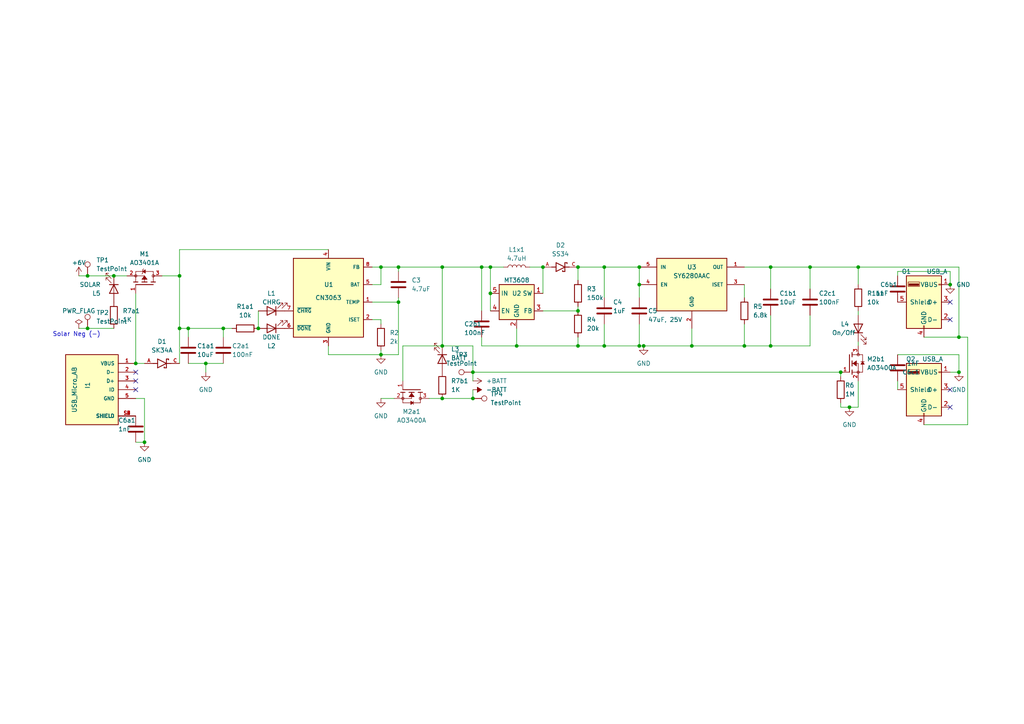
<source format=kicad_sch>
(kicad_sch (version 20230121) (generator eeschema)
  (paper "A4")
  (title_block (title "Solar Phone Bank") (date "2024-10-26") (rev "2") (company "Team 13"))
  (lib_symbols
    (symbol "AO3400A:AO3400A" (pin_names (offset 1.016))
      (property "Reference" "Q" (at -8.89 2.54 0))
      (property "Value" "AO3400A" (at -8.89 -7.62 0))
      (symbol "AO3400A_0_0"
        (polyline (pts (xy 0 2.54) (xy 0 -2.54)) (stroke (width 0.254)))
        (polyline (pts (xy 0.762 -2.54) (xy 0.762 -3.175)) (stroke (width 0.254)))
        (polyline (pts (xy 0.762 -1.905) (xy 0.762 -2.54)) (stroke (width 0.254)))
        (polyline (pts (xy 0.762 0) (xy 0.762 -0.762)) (stroke (width 0.254)))
        (polyline (pts (xy 0.762 0) (xy 2.54 0)) (stroke (width 0.1524)))
        (polyline (pts (xy 0.762 0.762) (xy 0.762 0)) (stroke (width 0.254)))
        (polyline (pts (xy 0.762 2.54) (xy 0.762 1.905)) (stroke (width 0.254)))
        (polyline (pts (xy 0.762 2.54) (xy 3.81 2.54)) (stroke (width 0.1524)))
        (polyline (pts (xy 0.762 3.175) (xy 0.762 2.54)) (stroke (width 0.254)))
        (polyline (pts (xy 2.54 -2.54) (xy 0.762 -2.54)) (stroke (width 0.1524)))
        (polyline (pts (xy 2.54 -2.54) (xy 3.81 -2.54)) (stroke (width 0.1524)))
        (polyline (pts (xy 2.54 0) (xy 2.54 -2.54)) (stroke (width 0.1524)))
        (polyline (pts (xy 3.81 0.508) (xy 3.302 0.508)) (stroke (width 0.1524)))
        (polyline (pts (xy 3.81 0.508) (xy 3.81 -2.54)) (stroke (width 0.1524)))
        (polyline (pts (xy 3.81 2.54) (xy 3.81 0.508)) (stroke (width 0.1524)))
        (polyline (pts (xy 4.318 0.508) (xy 3.81 0.508)) (stroke (width 0.1524)))
        (polyline (pts (xy 1.016 0) (xy 2.032 0.762) (xy 2.032 -0.762) (xy 1.016 0)) (stroke (width 0.1524)) (fill (type outline)))
        (polyline (pts (xy 3.81 0.508) (xy 3.302 -0.254) (xy 4.318 -0.254) (xy 3.81 0.508)) (stroke (width 0.1524)) (fill (type outline)))
        (circle (center 2.54 -2.54) (radius 0.3592))
        (circle (center 2.54 2.54) (radius 0.3592))
        (pin passive line (at -2.54 -2.54 0) (length 2.54) (name "~") (number "1"))
        (pin passive line (at 2.54 -5.08 90) (length 2.54) (name "~") (number "2"))
        (pin passive line (at 2.54 5.08 270) (length 2.54) (name "~") (number "3"))
      )
    )
    (symbol "AO3401A:AO3401A" (pin_names (offset 1.016))
      (property "Reference" "Q" (at -13.97 -1.27 0))
      (property "Value" "AO3401A" (at -13.97 -3.81 0))
      (symbol "AO3401A_0_0"
        (circle (center 0 -2.54) (radius 0.3592))
        (polyline (pts (xy -2.54 -2.54) (xy -2.54 2.54)) (stroke (width 0.254)))
        (polyline (pts (xy -1.778 -3.175) (xy -1.778 -2.54)) (stroke (width 0.254)))
        (polyline (pts (xy -1.778 -2.54) (xy -1.778 -1.905)) (stroke (width 0.254)))
        (polyline (pts (xy -1.778 -2.54) (xy 1.27 -2.54)) (stroke (width 0.1524)))
        (polyline (pts (xy -1.778 -0.762) (xy -1.778 0)) (stroke (width 0.254)))
        (polyline (pts (xy -1.778 0) (xy -1.778 0.762)) (stroke (width 0.254)))
        (polyline (pts (xy -1.778 0) (xy 0 0)) (stroke (width 0.1524)))
        (polyline (pts (xy -1.778 1.905) (xy -1.778 2.54)) (stroke (width 0.254)))
        (polyline (pts (xy -1.778 2.54) (xy -1.778 3.175)) (stroke (width 0.254)))
        (polyline (pts (xy 0 0) (xy 0 2.54)) (stroke (width 0.1524)))
        (polyline (pts (xy 0 2.54) (xy -1.778 2.54)) (stroke (width 0.1524)))
        (polyline (pts (xy 0 2.54) (xy 1.27 2.54)) (stroke (width 0.1524)))
        (polyline (pts (xy 0.508 0.762) (xy 0.762 0.508)) (stroke (width 0.1524)))
        (polyline (pts (xy 0.762 0.508) (xy 1.27 0.508)) (stroke (width 0.1524)))
        (polyline (pts (xy 1.27 -2.54) (xy 1.27 0.508)) (stroke (width 0.1524)))
        (polyline (pts (xy 1.27 0.508) (xy 1.27 2.54)) (stroke (width 0.1524)))
        (polyline (pts (xy 1.27 0.508) (xy 1.778 0.508)) (stroke (width 0.1524)))
        (polyline (pts (xy 1.778 0.508) (xy 2.032 0.254)) (stroke (width 0.1524)))
        (polyline (pts (xy 0 0) (xy -1.016 0.762) (xy -1.016 -0.762) (xy 0 0)) (stroke (width 0.1524)) (fill (type outline)))
        (polyline (pts (xy 1.27 0.508) (xy 1.778 -0.254) (xy 0.762 -0.254) (xy 1.27 0.508)) (stroke (width 0.1524)) (fill (type outline)))
        (circle (center 0 2.54) (radius 0.3592))
        (pin passive line (at -5.08 2.54 0) (length 2.54) (name "~") (number "1"))
        (pin passive line (at 0 5.08 270) (length 2.54) (name "~") (number "2"))
        (pin passive line (at 0 -5.08 90) (length 2.54) (name "~") (number "3"))
      )
    )
    (symbol "CN3063:PMIC-CN3063_SOIC8_" (pin_names (offset 1.016))
      (property "Reference" "U" (at -10.1689 8.8978 0))
      (property "Value" "PMIC-CN3063_SOIC8_" (at 5.0817 8.8929 0))
      (symbol "PMIC-CN3063_SOIC8__0_0"
        (rectangle (start -10.16 -15.24) (end 10.16 7.62) (stroke (width 0.254)) (fill (type background)))
        (pin bidirectional line (at 12.7 -5.08 180) (length 2.54) (name "TEMP") (number "1"))
        (pin bidirectional line (at 12.7 -10.16 180) (length 2.54) (name "ISET") (number "2"))
        (pin power_in line (at 0 -17.78 90) (length 2.54) (name "GND") (number "3"))
        (pin input line (at 0 10.16 270) (length 2.54) (name "VIN") (number "4"))
        (pin power_in line (at 12.7 0 180) (length 2.54) (name "BAT") (number "5"))
        (pin input line (at -12.7 -12.7 0) (length 2.54) (name "~{DONE}") (number "6"))
        (pin output line (at -12.7 -7.62 0) (length 2.54) (name "~{CHRG}") (number "7"))
        (pin input line (at 12.7 5.08 180) (length 2.54) (name "FB") (number "8"))
      )
    )
    (symbol "Connector:TestPoint" (pin_numbers hide) (pin_names (offset 0.762) hide)
      (property "Reference" "TP" (at 0 6.858 0))
      (property "Value" "TestPoint" (at 0 5.08 0))
      (symbol "TestPoint_0_1"
        (circle (center 0 3.302) (radius 0.762))
      )
      (symbol "TestPoint_1_1"
        (pin passive line (at 0 0 90) (length 2.54) (name "1") (number "1"))
      )
    )
    (symbol "Device:C" (pin_numbers hide) (pin_names (offset 0.254))
      (property "Reference" "C" (at 0.635 2.54 0))
      (property "Value" "C" (at 0.635 -2.54 0))
      (symbol "C_0_1"
        (polyline (pts (xy -2.032 -0.762) (xy 2.032 -0.762)) (stroke (width 0.508)))
        (polyline (pts (xy -2.032 0.762) (xy 2.032 0.762)) (stroke (width 0.508)))
      )
      (symbol "C_1_1"
        (pin passive line (at 0 3.81 270) (length 2.794) (name "~") (number "1"))
        (pin passive line (at 0 -3.81 90) (length 2.794) (name "~") (number "2"))
      )
    )
    (symbol "Device:L" (pin_numbers hide) (pin_names (offset 1.016) hide)
      (property "Reference" "L" (at -1.27 0 90))
      (property "Value" "L" (at 1.905 0 90))
      (symbol "L_0_1"
        (arc (start 0 -2.54) (mid 0.6323 -1.905) (end 0 -1.27))
        (arc (start 0 -1.27) (mid 0.6323 -0.635) (end 0 0))
        (arc (start 0 0) (mid 0.6323 0.635) (end 0 1.27))
        (arc (start 0 1.27) (mid 0.6323 1.905) (end 0 2.54))
      )
      (symbol "L_1_1"
        (pin passive line (at 0 3.81 270) (length 1.27) (name "1") (number "1"))
        (pin passive line (at 0 -3.81 90) (length 1.27) (name "2") (number "2"))
      )
    )
    (symbol "Device:LED" (pin_numbers hide) (pin_names (offset 1.016) hide)
      (property "Reference" "D" (at 0 2.54 0))
      (property "Value" "LED" (at 0 -2.54 0))
      (symbol "LED_0_1"
        (polyline (pts (xy -1.27 -1.27) (xy -1.27 1.27)) (stroke (width 0.254)))
        (polyline (pts (xy -1.27 0) (xy 1.27 0)))
        (polyline (pts (xy 1.27 -1.27) (xy 1.27 1.27) (xy -1.27 0) (xy 1.27 -1.27)) (stroke (width 0.254)))
        (polyline (pts (xy -3.048 -0.762) (xy -4.572 -2.286) (xy -3.81 -2.286) (xy -4.572 -2.286) (xy -4.572 -1.524)))
        (polyline (pts (xy -1.778 -0.762) (xy -3.302 -2.286) (xy -2.54 -2.286) (xy -3.302 -2.286) (xy -3.302 -1.524)))
      )
      (symbol "LED_1_1"
        (pin passive line (at -3.81 0 0) (length 2.54) (name "K") (number "1"))
        (pin passive line (at 3.81 0 180) (length 2.54) (name "A") (number "2"))
      )
    )
    (symbol "Device:R" (pin_numbers hide) (pin_names (offset 0))
      (property "Reference" "R" (at 2.032 0 90))
      (property "Value" "R" (at 0 0 90))
      (symbol "R_0_1"
        (rectangle (start -1.016 -2.54) (end 1.016 2.54) (stroke (width 0.254)))
      )
      (symbol "R_1_1"
        (pin passive line (at 0 3.81 270) (length 1.27) (name "~") (number "1"))
        (pin passive line (at 0 -3.81 90) (length 1.27) (name "~") (number "2"))
      )
    )
    (symbol "I_USB_Micro_AB:47589-0001" (pin_names (offset 1.016))
      (property "Reference" "J" (at -7.62 10.922 0))
      (property "Value" "47589-0001" (at -7.62 -12.7 0))
      (symbol "47589-0001_0_0"
        (rectangle (start -7.62 -10.16) (end 7.62 10.16) (stroke (width 0.254)) (fill (type background)))
        (pin passive line (at -12.7 7.62 0) (length 5.08) (name "VBUS") (number "1"))
        (pin passive line (at -12.7 5.08 0) (length 5.08) (name "D-") (number "2"))
        (pin passive line (at -12.7 2.54 0) (length 5.08) (name "D+") (number "3"))
        (pin passive line (at -12.7 0 0) (length 5.08) (name "ID") (number "4"))
        (pin passive line (at -12.7 -2.54 0) (length 5.08) (name "GND") (number "5"))
        (pin passive line (at -12.7 -7.62 0) (length 5.08) (name "SHIELD") (number "S1"))
        (pin passive line (at -12.7 -7.62 0) (length 5.08) (name "SHIELD") (number "S2"))
        (pin passive line (at -12.7 -7.62 0) (length 5.08) (name "SHIELD") (number "S3"))
        (pin passive line (at -12.7 -7.62 0) (length 5.08) (name "SHIELD") (number "S4"))
        (pin passive line (at -12.7 -7.62 0) (length 5.08) (name "SHIELD") (number "S5"))
        (pin passive line (at -12.7 -7.62 0) (length 5.08) (name "SHIELD") (number "S6"))
      )
    )
    (symbol "Regulator_Switching:MT3608"
      (property "Reference" "U" (at -2.54 8.89 0))
      (property "Value" "MT3608" (at -3.81 6.35 0))
      (symbol "MT3608_0_1"
        (rectangle (start -5.08 5.08) (end 5.08 -5.08) (stroke (width 0.254)) (fill (type background)))
      )
      (symbol "MT3608_1_1"
        (pin passive line (at 7.62 2.54 180) (length 2.54) (name "SW") (number "1"))
        (pin power_in line (at 0 -7.62 90) (length 2.54) (name "GND") (number "2"))
        (pin input line (at 7.62 -2.54 180) (length 2.54) (name "FB") (number "3"))
        (pin input line (at -7.62 -2.54 0) (length 2.54) (name "EN") (number "4"))
        (pin power_in line (at -7.62 2.54 0) (length 2.54) (name "IN") (number "5"))
        (pin no_connect line (at 5.08 0 180) (length 2.54) hide (name "NC") (number "6"))
      )
    )
    (symbol "SK34:SK34A" (pin_names (offset 1.016))
      (property "Reference" "D" (at -5.08 2.54 0))
      (property "Value" "SK34A" (at -5.08 -3.81 0))
      (symbol "SK34A_0_0"
        (polyline (pts (xy -2.54 0) (xy -1.27 0)) (stroke (width 0.254)))
        (polyline (pts (xy -1.27 -1.27) (xy 1.27 0)) (stroke (width 0.254)))
        (polyline (pts (xy -1.27 0) (xy -1.27 -1.27)) (stroke (width 0.254)))
        (polyline (pts (xy -1.27 1.27) (xy -1.27 0)) (stroke (width 0.254)))
        (polyline (pts (xy 0.635 -1.016) (xy 0.635 -1.27)) (stroke (width 0.254)))
        (polyline (pts (xy 1.27 -1.27) (xy 0.635 -1.27)) (stroke (width 0.254)))
        (polyline (pts (xy 1.27 0) (xy -1.27 1.27)) (stroke (width 0.254)))
        (polyline (pts (xy 1.27 0) (xy 1.27 -1.27)) (stroke (width 0.254)))
        (polyline (pts (xy 1.27 1.27) (xy 1.27 0)) (stroke (width 0.254)))
        (polyline (pts (xy 1.905 1.27) (xy 1.27 1.27)) (stroke (width 0.254)))
        (polyline (pts (xy 1.905 1.27) (xy 1.905 1.016)) (stroke (width 0.254)))
        (polyline (pts (xy 2.54 0) (xy 1.27 0)) (stroke (width 0.254)))
        (pin passive line (at -5.08 0 0) (length 2.54) (name "~") (number "A"))
        (pin passive line (at 5.08 0 180) (length 2.54) (name "~") (number "C"))
      )
    )
    (symbol "SS34:SS34" (pin_names (offset 1.016))
      (property "Reference" "D" (at -5.08 2.54 0))
      (property "Value" "SS34" (at -5.08 -3.81 0))
      (symbol "SS34_0_0"
        (polyline (pts (xy -2.54 0) (xy -1.27 0)) (stroke (width 0.254)))
        (polyline (pts (xy -1.27 -1.27) (xy 1.27 0)) (stroke (width 0.254)))
        (polyline (pts (xy -1.27 0) (xy -1.27 -1.27)) (stroke (width 0.254)))
        (polyline (pts (xy -1.27 1.27) (xy -1.27 0)) (stroke (width 0.254)))
        (polyline (pts (xy 0.635 -1.016) (xy 0.635 -1.27)) (stroke (width 0.254)))
        (polyline (pts (xy 1.27 -1.27) (xy 0.635 -1.27)) (stroke (width 0.254)))
        (polyline (pts (xy 1.27 0) (xy -1.27 1.27)) (stroke (width 0.254)))
        (polyline (pts (xy 1.27 0) (xy 1.27 -1.27)) (stroke (width 0.254)))
        (polyline (pts (xy 1.27 1.27) (xy 1.27 0)) (stroke (width 0.254)))
        (polyline (pts (xy 1.905 1.27) (xy 1.27 1.27)) (stroke (width 0.254)))
        (polyline (pts (xy 1.905 1.27) (xy 1.905 1.016)) (stroke (width 0.254)))
        (polyline (pts (xy 2.54 0) (xy 1.27 0)) (stroke (width 0.254)))
        (pin passive line (at -5.08 0 0) (length 2.54) (name "~") (number "A"))
        (pin passive line (at 5.08 0 180) (length 2.54) (name "~") (number "C"))
      )
    )
    (symbol "SY6280:SY6280AAC" (pin_names (offset 1.016))
      (property "Reference" "U2" (at 0 5.08 0))
      (property "Value" "SY6280AAC" (at 0 2.54 0))
      (symbol "SY6280AAC_0_0"
        (rectangle (start -10.16 -7.62) (end 10.16 7.62) (stroke (width 0.254)) (fill (type background)))
        (pin output line (at 15.24 5.08 180) (length 5.08) (name "OUT") (number "1"))
        (pin power_in line (at 0 -12.7 90) (length 5.08) (name "GND") (number "2"))
        (pin passive line (at 15.24 0 180) (length 5.08) (name "ISET") (number "3"))
        (pin input line (at -15.24 0 0) (length 5.08) (name "EN") (number "4"))
        (pin input line (at -15.24 5.08 0) (length 5.08) (name "IN") (number "5"))
      )
    )
    (symbol "USB_A_2" (pin_names (offset 1.016))
      (property "Reference" "J2" (at 0 12.7 0))
      (property "Value" "USB_A" (at 0 10.16 0))
      (symbol "USB_A_2_0_1"
        (rectangle (start -5.08 7.62) (end 5.08 -7.62) (stroke (width 0.254)) (fill (type background)))
        (rectangle (start -1.524 4.826) (end -4.318 5.334) (fill (type outline)))
        (rectangle (start -1.27 4.572) (end -4.572 5.842))
        (rectangle (start -0.127 -7.62) (end 0.127 -6.858))
        (rectangle (start 5.08 4.953) (end 4.318 5.207))
      )
      (symbol "USB_A_2_1_1"
        (pin power_in line (at 7.62 5.08 180) (length 2.54) (name "VBUS") (number "1"))
        (pin bidirectional line (at 7.62 -5.08 180) (length 2.54) (name "D-") (number "2"))
        (pin bidirectional line (at 7.62 0 180) (length 2.54) (name "D+") (number "3"))
        (pin power_in line (at 0 -10.16 90) (length 2.54) (name "GND") (number "4"))
        (pin passive line (at -7.62 0 0) (length 2.54) (name "Shield") (number "5"))
      )
    )
    (symbol "power:+6V" (power) (pin_names (offset 0))
      (property "Value" "+6V" (at 0 3.556 0))
      (symbol "+6V_0_1"
        (polyline (pts (xy -0.762 1.27) (xy 0 2.54)))
        (polyline (pts (xy 0 0) (xy 0 2.54)))
        (polyline (pts (xy 0 2.54) (xy 0.762 1.27)))
      )
      (symbol "+6V_1_1"
        (pin power_in line (at 0 0 90) (length 0) hide (name "+6V") (number "1"))
      )
    )
    (symbol "power:+BATT" (power) (pin_names (offset 0))
      (property "Value" "+BATT" (at 0 3.556 0))
      (symbol "+BATT_0_1"
        (polyline (pts (xy -0.762 1.27) (xy 0 2.54)))
        (polyline (pts (xy 0 0) (xy 0 2.54)))
        (polyline (pts (xy 0 2.54) (xy 0.762 1.27)))
      )
      (symbol "+BATT_1_1"
        (pin power_in line (at 0 0 90) (length 0) hide (name "+BATT") (number "1"))
      )
    )
    (symbol "power:-BATT" (power) (pin_names (offset 0))
      (property "Value" "-BATT" (at 0 3.556 0))
      (symbol "-BATT_0_1"
        (polyline (pts (xy 0 0) (xy 0 2.54)))
        (polyline (pts (xy 0.762 1.27) (xy -0.762 1.27) (xy 0 2.54) (xy 0.762 1.27)) (fill (type outline)))
      )
      (symbol "-BATT_1_1"
        (pin power_in line (at 0 0 90) (length 0) hide (name "-BATT") (number "1"))
      )
    )
    (symbol "power:GND" (power) (pin_names (offset 0))
      (property "Value" "GND" (at 0 -3.81 0))
      (symbol "GND_0_1"
        (polyline (pts (xy 0 0) (xy 0 -1.27) (xy 1.27 -1.27) (xy 0 -2.54) (xy -1.27 -1.27) (xy 0 -1.27)))
      )
      (symbol "GND_1_1"
        (pin power_in line (at 0 0 270) (length 0) hide (name "GND") (number "1"))
      )
    )
    (symbol "power:PWR_FLAG" (power) (pin_numbers hide) (pin_names (offset 0) hide)
      (property "Value" "PWR_FLAG" (at 0 3.81 0))
      (symbol "PWR_FLAG_0_0"
        (pin power_out line (at 0 0 90) (length 0) (name "pwr") (number "1"))
      )
      (symbol "PWR_FLAG_0_1"
        (polyline (pts (xy 0 0) (xy 0 1.27) (xy -1.016 1.905) (xy 0 2.54) (xy 1.016 1.905) (xy 0 1.27)))
      )
    )
  )
  (junction (at 25.4 80.01))
  (junction (at 33.02 80.01))
  (junction (at 278.13 97.79))
  (junction (at 41.91 128.27))
  (junction (at 115.57 77.47))
  (junction (at 167.64 77.47))
  (junction (at 142.24 85.09))
  (junction (at 157.48 77.47))
  (junction (at 74.93 95.25))
  (junction (at 246.38 118.11))
  (junction (at 128.27 77.47))
  (junction (at 110.49 102.87))
  (junction (at 185.42 100.33))
  (junction (at 115.57 87.63))
  (junction (at 110.49 77.47))
  (junction (at 128.27 115.57))
  (junction (at 200.66 100.33))
  (junction (at 52.07 80.01))
  (junction (at 275.59 82.55))
  (junction (at 223.52 77.47))
  (junction (at 185.42 82.55))
  (junction (at 39.37 105.41))
  (junction (at 137.16 107.95))
  (junction (at 234.95 77.47))
  (junction (at 142.24 77.47))
  (junction (at 64.77 95.25))
  (junction (at 59.69 105.41))
  (junction (at 52.07 95.25))
  (junction (at 139.7 77.47))
  (junction (at 186.69 100.33))
  (junction (at 175.26 77.47))
  (junction (at 137.16 115.57))
  (junction (at 215.9 100.33))
  (junction (at 175.26 100.33))
  (junction (at 25.4 95.25))
  (junction (at 149.86 100.33))
  (junction (at 167.64 100.33))
  (junction (at 243.84 107.95))
  (junction (at 278.13 107.95))
  (junction (at 248.92 77.47))
  (junction (at 128.27 100.33))
  (junction (at 223.52 100.33))
  (junction (at 167.64 90.17))
  (junction (at 185.42 77.47))
  (junction (at 54.61 95.25))
  (no_connect (at 39.37 107.95))
  (no_connect (at 275.59 92.71))
  (no_connect (at 39.37 110.49))
  (no_connect (at 275.59 87.63))
  (no_connect (at 39.37 113.03))
  (no_connect (at 275.59 118.11))
  (no_connect (at 275.59 113.03))
  (wire (pts (xy 107.95 87.63) (xy 115.57 87.63)))
  (wire (pts (xy 110.49 102.87) (xy 115.57 102.87)))
  (wire (pts (xy 110.49 77.47) (xy 115.57 77.47)))
  (wire (pts (xy 248.92 90.17) (xy 248.92 91.44)))
  (wire (pts (xy 248.92 77.47) (xy 248.92 82.55)))
  (wire (pts (xy 234.95 77.47) (xy 234.95 83.82)))
  (wire (pts (xy 137.16 107.95) (xy 243.84 107.95)))
  (wire (pts (xy 54.61 95.25) (xy 64.77 95.25)))
  (wire (pts (xy 139.7 100.33) (xy 149.86 100.33)))
  (wire (pts (xy 185.42 100.33) (xy 186.69 100.33)))
  (wire (pts (xy 52.07 72.39) (xy 52.07 80.01)))
  (wire (pts (xy 107.95 82.55) (xy 110.49 82.55)))
  (wire (pts (xy 115.57 77.47) (xy 115.57 78.74)))
  (wire (pts (xy 157.48 77.47) (xy 157.48 85.09)))
  (wire (pts (xy 275.59 78.74) (xy 275.59 82.55)))
  (wire (pts (xy 39.37 128.27) (xy 41.91 128.27)))
  (wire (pts (xy 54.61 105.41) (xy 59.69 105.41)))
  (wire (pts (xy 167.64 77.47) (xy 175.26 77.47)))
  (wire (pts (xy 107.95 77.47) (xy 110.49 77.47)))
  (wire (pts (xy 116.84 110.49) (xy 116.84 100.33)))
  (wire (pts (xy 278.13 102.87) (xy 278.13 107.95)))
  (wire (pts (xy 175.26 77.47) (xy 185.42 77.47)))
  (wire (pts (xy 175.26 100.33) (xy 185.42 100.33)))
  (wire (pts (xy 139.7 77.47) (xy 142.24 77.47)))
  (wire (pts (xy 280.67 123.19) (xy 280.67 97.79)))
  (wire (pts (xy 153.67 77.47) (xy 157.48 77.47)))
  (wire (pts (xy 137.16 100.33) (xy 137.16 107.95)))
  (wire (pts (xy 215.9 100.33) (xy 215.9 93.98)))
  (wire (pts (xy 95.25 100.33) (xy 95.25 102.87)))
  (wire (pts (xy 248.92 99.06) (xy 248.92 100.33)))
  (wire (pts (xy 175.26 93.98) (xy 175.26 100.33)))
  (wire (pts (xy 137.16 107.95) (xy 137.16 110.49)))
  (wire (pts (xy 110.49 77.47) (xy 110.49 82.55)))
  (wire (pts (xy 223.52 77.47) (xy 234.95 77.47)))
  (wire (pts (xy 22.86 80.01) (xy 25.4 80.01)))
  (wire (pts (xy 128.27 115.57) (xy 137.16 115.57)))
  (wire (pts (xy 110.49 92.71) (xy 110.49 93.98)))
  (wire (pts (xy 139.7 97.79) (xy 139.7 100.33)))
  (wire (pts (xy 95.25 72.39) (xy 52.07 72.39)))
  (wire (pts (xy 139.7 77.47) (xy 139.7 90.17)))
  (wire (pts (xy 167.64 88.9) (xy 167.64 90.17)))
  (wire (pts (xy 25.4 95.25) (xy 33.02 95.25)))
  (wire (pts (xy 267.97 97.79) (xy 278.13 97.79)))
  (wire (pts (xy 110.49 101.6) (xy 110.49 102.87)))
  (wire (pts (xy 137.16 113.03) (xy 137.16 115.57)))
  (wire (pts (xy 64.77 95.25) (xy 64.77 97.79)))
  (wire (pts (xy 260.35 78.74) (xy 260.35 80.01)))
  (wire (pts (xy 142.24 77.47) (xy 146.05 77.47)))
  (wire (pts (xy 167.64 100.33) (xy 175.26 100.33)))
  (wire (pts (xy 260.35 110.49) (xy 260.35 113.03)))
  (wire (pts (xy 223.52 77.47) (xy 223.52 83.82)))
  (wire (pts (xy 116.84 100.33) (xy 128.27 100.33)))
  (wire (pts (xy 215.9 86.36) (xy 215.9 82.55)))
  (wire (pts (xy 186.69 100.33) (xy 200.66 100.33)))
  (wire (pts (xy 215.9 100.33) (xy 223.52 100.33)))
  (wire (pts (xy 223.52 91.44) (xy 223.52 100.33)))
  (wire (pts (xy 22.86 95.25) (xy 25.4 95.25)))
  (wire (pts (xy 124.46 115.57) (xy 128.27 115.57)))
  (wire (pts (xy 54.61 95.25) (xy 54.61 97.79)))
  (wire (pts (xy 46.99 80.01) (xy 52.07 80.01)))
  (wire (pts (xy 278.13 77.47) (xy 278.13 97.79)))
  (wire (pts (xy 223.52 100.33) (xy 234.95 100.33)))
  (wire (pts (xy 234.95 77.47) (xy 248.92 77.47)))
  (wire (pts (xy 175.26 77.47) (xy 175.26 86.36)))
  (wire (pts (xy 52.07 95.25) (xy 54.61 95.25)))
  (wire (pts (xy 185.42 77.47) (xy 185.42 82.55)))
  (wire (pts (xy 39.37 85.09) (xy 39.37 105.41)))
  (wire (pts (xy 33.02 80.01) (xy 36.83 80.01)))
  (wire (pts (xy 185.42 82.55) (xy 185.42 86.36)))
  (wire (pts (xy 74.93 90.17) (xy 74.93 95.25)))
  (wire (pts (xy 142.24 85.09) (xy 142.24 90.17)))
  (wire (pts (xy 64.77 95.25) (xy 67.31 95.25)))
  (wire (pts (xy 243.84 118.11) (xy 246.38 118.11)))
  (wire (pts (xy 200.66 100.33) (xy 215.9 100.33)))
  (wire (pts (xy 128.27 100.33) (xy 137.16 100.33)))
  (wire (pts (xy 243.84 118.11) (xy 243.84 116.84)))
  (wire (pts (xy 107.95 92.71) (xy 110.49 92.71)))
  (wire (pts (xy 39.37 115.57) (xy 41.91 115.57)))
  (wire (pts (xy 39.37 105.41) (xy 41.91 105.41)))
  (wire (pts (xy 115.57 77.47) (xy 128.27 77.47)))
  (wire (pts (xy 167.64 97.79) (xy 167.64 100.33)))
  (wire (pts (xy 234.95 91.44) (xy 234.95 100.33)))
  (wire (pts (xy 267.97 123.19) (xy 280.67 123.19)))
  (wire (pts (xy 25.4 80.01) (xy 33.02 80.01)))
  (wire (pts (xy 59.69 105.41) (xy 59.69 107.95)))
  (wire (pts (xy 157.48 90.17) (xy 167.64 90.17)))
  (wire (pts (xy 52.07 105.41) (xy 52.07 95.25)))
  (wire (pts (xy 52.07 80.01) (xy 52.07 95.25)))
  (wire (pts (xy 167.64 77.47) (xy 167.64 81.28)))
  (wire (pts (xy 115.57 87.63) (xy 115.57 102.87)))
  (wire (pts (xy 142.24 77.47) (xy 142.24 85.09)))
  (wire (pts (xy 149.86 95.25) (xy 149.86 100.33)))
  (wire (pts (xy 243.84 107.95) (xy 243.84 109.22)))
  (wire (pts (xy 59.69 105.41) (xy 64.77 105.41)))
  (wire (pts (xy 275.59 107.95) (xy 278.13 107.95)))
  (wire (pts (xy 110.49 115.57) (xy 114.3 115.57)))
  (wire (pts (xy 128.27 77.47) (xy 139.7 77.47)))
  (wire (pts (xy 248.92 77.47) (xy 278.13 77.47)))
  (wire (pts (xy 128.27 77.47) (xy 128.27 100.33)))
  (wire (pts (xy 248.92 110.49) (xy 248.92 118.11)))
  (wire (pts (xy 200.66 100.33) (xy 200.66 95.25)))
  (wire (pts (xy 95.25 102.87) (xy 110.49 102.87)))
  (wire (pts (xy 248.92 118.11) (xy 246.38 118.11)))
  (wire (pts (xy 215.9 77.47) (xy 223.52 77.47)))
  (wire (pts (xy 280.67 97.79) (xy 278.13 97.79)))
  (wire (pts (xy 115.57 86.36) (xy 115.57 87.63)))
  (wire (pts (xy 185.42 93.98) (xy 185.42 100.33)))
  (wire (pts (xy 260.35 78.74) (xy 275.59 78.74)))
  (wire (pts (xy 41.91 115.57) (xy 41.91 128.27)))
  (wire (pts (xy 149.86 100.33) (xy 167.64 100.33)))
  (wire (pts (xy 260.35 102.87) (xy 278.13 102.87)))
  (text "Solar Neg (-)" (at 15.24 97.79 0) (effects (font (size 1.27 1.27)) (justify left bottom)))
  (symbol (lib_id "Device:R") (at 33.02 91.44 180) (unit 1)
    (property "Reference" "R7a1" (at 35.56 90.17 0) (effects (justify right)))
    (property "Value" "1K" (at 35.56 92.71 0) (effects (justify right)))
    (property "Footprint" "Resistor_SMD:R_0805_2012Metric" (effects hide))
  )
  (symbol (lib_id "power:+6V") (at 22.86 80.01 0) (unit 1)
    (property "Reference" "#SolarPanel0101" (effects hide))
    (property "Value" "+6V" (at 22.86 76.2 0))
    (property "Footprint" "TestPoint:TestPoint_Pad_2.0x2.0mm" (effects hide))
  )
  (symbol (lib_id "AO3400A:AO3400A") (at 119.38 113.03 270) (unit 1)
    (property "Reference" "M2a1" (at 119.38 119.38 90))
    (property "Value" "AO3400A" (at 119.38 121.92 90))
    (property "Footprint" "AO3400A:SOT95P280X125-3N" (effects hide))
    (property "PARTREV" "L" (effects hide))
    (property "STANDARD" "IPC 7351B" (effects hide))
    (property "MAXIMUM_PACKAGE_HEIGHT" "1.25 mm" (effects hide))
    (property "MANUFACTURER" "Alpha & Omega Semiconductor" (effects hide))
  )
  (symbol (lib_id "SK34:SK34A") (at 46.99 105.41 0) (unit 1)
    (property "Reference" "D1" (at 46.99 99.06 0))
    (property "Value" "SK34A" (at 46.99 101.6 0))
    (property "Footprint" "SK34A:DIOM4325X250N" (effects hide))
    (property "MF" "Taiwan Semiconductor" (effects hide))
    (property "MAXIMUM_PACKAGE_HEIGHT" "2.5 mm" (effects hide))
    (property "Package" "SMA-2 Taiwan Semiconductor" (effects hide))
    (property "Price" "None" (effects hide))
    (property "Check_prices" "https://www.snapeda.com/parts/SK34A/Taiwan+Semiconductor/view-part/?ref=eda" (effects hide))
    (property "STANDARD" "IPC-7351B" (effects hide))
    (property "PARTREV" "O2102" (effects hide))
    (property "SnapEDA_Link" "https://www.snapeda.com/parts/SK34A/Taiwan+Semiconductor/view-part/?ref=snap" (effects hide))
    (property "MP" "SK34A" (effects hide))
    (property "Description" "\n                        \n                            3A, 40V, Schottky Rectifier\n                        \n" (effects hide))
    (property "Availability" "In Stock" (effects hide))
    (property "MANUFACTURER" "Taiwan Semiconductor" (effects hide))
  )
  (symbol (lib_id "power:GND") (at 186.69 100.33 0) (unit 1)
    (property "Reference" "#PWR03" (effects hide))
    (property "Value" "GND" (at 186.69 105.41 0))
  )
  (symbol (lib_id "Device:LED") (at 248.92 95.25 90) (unit 1)
    (property "Reference" "L4" (at 243.84 93.98 90) (effects (justify right)))
    (property "Value" "On/Off" (at 241.3 96.52 90) (effects (justify right)))
    (property "Footprint" "196LEDs:WL-SMCW_0805" (effects hide))
  )
  (symbol (lib_id "AO3401A:AO3401A") (at 41.91 80.01 90) (unit 1)
    (property "Reference" "M1" (at 41.91 73.66 90))
    (property "Value" "AO3401A" (at 41.91 76.2 90))
    (property "Footprint" "AO3401A:SOT23-3" (effects hide))
    (property "MF" "Alpha & Omega Semiconductor" (effects hide))
    (property "Description" "\n                        \n                            P-Channel 30 V 4A (Ta) 1.4W (Ta) Surface Mount SOT-23-3\n                        \n" (effects hide))
    (property "Package" "SOT-23 Alpha &amp; Omega Semiconductor" (effects hide))
    (property "Price" "None" (effects hide))
    (property "SnapEDA_Link" "https://www.snapeda.com/parts/AO3401A/Alpha+%2526+Omega+Semiconductor+Inc./view-part/?ref=snap" (effects hide))
    (property "MP" "AO3401A" (effects hide))
    (property "Availability" "In Stock" (effects hide))
    (property "Check_prices" "https://www.snapeda.com/parts/AO3401A/Alpha+%2526+Omega+Semiconductor+Inc./view-part/?ref=eda" (effects hide))
  )
  (symbol (lib_id "Device:C") (at 39.37 124.46 0) (unit 1)
    (property "Reference" "C6a1" (at 34.29 121.92 0) (effects (justify left)))
    (property "Value" "1nF" (at 34.29 124.46 0) (effects (justify left)))
    (property "Footprint" "Capacitor_SMD:C_0201_0603Metric" (effects hide))
  )
  (symbol (lib_id "Device:LED") (at 78.74 90.17 180) (unit 1)
    (property "Reference" "L1" (at 78.74 85.09 0))
    (property "Value" "CHRG" (at 78.74 87.63 0))
    (property "Footprint" "196LEDs:WL-SMCW_0805" (effects hide))
  )
  (symbol (lib_id "Connector:TestPoint") (at 25.4 80.01 0) (unit 1)
    (property "Reference" "TP1" (at 27.94 75.438 0) (effects (justify left)))
    (property "Value" "TestPoint" (at 27.94 77.978 0) (effects (justify left)))
    (property "Footprint" "TestPoint:TestPoint_Pad_2.0x2.0mm" (effects hide))
  )
  (symbol (lib_id "Device:C") (at 185.42 90.17 0) (unit 1)
    (property "Reference" "C5" (at 187.96 90.17 0) (effects (justify left)))
    (property "Value" "47uF, 25V" (at 187.96 92.71 0) (effects (justify left)))
    (property "Footprint" "C5:CAPC3225X280N" (effects hide))
  )
  (symbol (lib_id "power:GND") (at 110.49 115.57 0) (unit 1)
    (property "Reference" "#PWR08" (effects hide))
    (property "Value" "GND" (at 110.49 120.65 0))
  )
  (symbol (lib_id "Device:C") (at 234.95 87.63 0) (unit 1)
    (property "Reference" "C2c1" (at 237.49 85.09 0) (effects (justify left)))
    (property "Value" "100nF" (at 237.49 87.63 0) (effects (justify left)))
    (property "Footprint" "C2:CAPC1005X55N" (effects hide))
  )
  (symbol (lib_id "Device:R") (at 243.84 113.03 0) (unit 1)
    (property "Reference" "R6" (at 245.11 111.76 0) (effects (justify left)))
    (property "Value" "1M" (at 245.11 114.3 0) (effects (justify left)))
    (property "Footprint" "R6:R0402" (effects hide))
  )
  (symbol (lib_id "power:GND") (at 59.69 107.95 0) (unit 1)
    (property "Reference" "#PWR02" (effects hide))
    (property "Value" "GND" (at 59.69 113.03 0))
  )
  (symbol (lib_id "Device:R") (at 128.27 111.76 180) (unit 1)
    (property "Reference" "R7b1" (at 130.81 110.49 0) (effects (justify right)))
    (property "Value" "1K" (at 130.81 113.03 0) (effects (justify right)))
    (property "Footprint" "Resistor_SMD:R_0805_2012Metric" (effects hide))
  )
  (symbol (lib_id "Device:R") (at 167.64 93.98 0) (unit 1)
    (property "Reference" "R4" (at 170.18 92.71 0) (effects (justify left)))
    (property "Value" "20k" (at 170.18 95.25 0) (effects (justify left)))
    (property "Footprint" "R4:RES_ERJ2RKF2002X" (effects hide))
  )
  (symbol (lib_id "Connector:TestPoint") (at 137.16 107.95 90) (unit 1)
    (property "Reference" "TP3" (at 133.858 102.87 90))
    (property "Value" "TestPoint" (at 133.858 105.41 90))
    (property "Footprint" "TestPoint:TestPoint_Pad_4.0x4.0mm" (effects hide))
  )
  (symbol (lib_name "USB_A_2") (lib_id "Connector:USB_A") (at 267.97 87.63 0) (unit 1)
    (property "Reference" "O1" (at 262.89 78.74 0))
    (property "Value" "USB_A" (at 271.78 78.74 0))
    (property "Footprint" "Connector_USB:USB_A_CNCTech_1001-011-01101_Horizontal" (effects hide))
    (property "Datasheet" " ~" (effects hide))
  )
  (symbol (lib_id "Device:C") (at 223.52 87.63 0) (unit 1)
    (property "Reference" "C1b1" (at 226.06 85.09 0) (effects (justify left)))
    (property "Value" "10uF" (at 226.06 87.63 0) (effects (justify left)))
    (property "Footprint" "Capacitor_SMD:C_0805_2012Metric" (effects hide))
  )
  (symbol (lib_id "Device:C") (at 54.61 101.6 0) (unit 1)
    (property "Reference" "C1a1" (at 57.15 100.33 0) (effects (justify left)))
    (property "Value" "10uF" (at 57.15 102.87 0) (effects (justify left)))
    (property "Footprint" "Capacitor_SMD:C_0805_2012Metric" (effects hide))
  )
  (symbol (lib_id "I_USB_Micro_AB:47589-0001") (at 26.67 113.03 0) (mirror y) (unit 1)
    (property "Reference" "I1" (at 25.4 111.76 90))
    (property "Value" "USB_Micro_AB" (at 21.59 113.03 90))
    (property "Footprint" "I_USB_MicroAB:MOLEX_47589-0001" (effects hide))
    (property "DigiKey_Part_Number" "WM17143TR-ND" (effects hide))
    (property "SnapEDA_Link" "https://www.snapeda.com/parts/47589-0001/Molex/view-part/?ref=snap" (effects hide))
    (property "MAXIMUM_PACKAGE_HEIGHT" "2.65 mm" (effects hide))
    (property "Package" "None" (effects hide))
    (property "Check_prices" "https://www.snapeda.com/parts/47589-0001/Molex/view-part/?ref=eda" (effects hide))
    (property "STANDARD" "Manufacturer Recommendations" (effects hide))
    (property "PARTREV" "G" (effects hide))
    (property "MF" "Molex" (effects hide))
    (property "MP" "47589-0001" (effects hide))
    (property "Description" "\n                        \n                            Micro USB AB Receptacle Bottom Mount Ass | Molex Incorporated 47589-0001\n                        \n" (effects hide))
    (property "MANUFACTURER" "Molex" (effects hide))
  )
  (symbol (lib_id "Device:C") (at 139.7 93.98 0) (unit 1)
    (property "Reference" "C2b1" (at 134.62 93.98 0) (effects (justify left)))
    (property "Value" "100nF" (at 134.62 96.52 0) (effects (justify left)))
    (property "Footprint" "C2:CAPC1005X55N" (effects hide))
  )
  (symbol (lib_id "power:GND") (at 278.13 107.95 0) (unit 1)
    (property "Reference" "#PWR05" (effects hide))
    (property "Value" "GND" (at 278.13 113.03 0))
  )
  (symbol (lib_id "SY6280:SY6280AAC") (at 200.66 82.55 0) (unit 1)
    (property "Reference" "U3" (at 200.66 77.47 0))
    (property "Value" "SY6280AAC" (at 200.66 80.01 0))
    (property "Footprint" "SY6280:SOT95P285X130-5N" (effects hide))
    (property "MF" "Silergy" (effects hide))
    (property "SNAPEDA_PACKAGE_ID" "29139" (effects hide))
    (property "Package" "SOT-23-5 Silergy" (effects hide))
    (property "Price" "None" (effects hide))
    (property "Check_prices" "https://www.snapeda.com/parts/SY6280AAC/Silergy/view-part/?ref=eda" (effects hide))
    (property "STANDARD" "IPC 7351B" (effects hide))
    (property "PARTREV" "1.0C" (effects hide))
    (property "SnapEDA_Link" "https://www.snapeda.com/parts/SY6280AAC/Silergy/view-part/?ref=snap" (effects hide))
    (property "MP" "SY6280AAC" (effects hide))
    (property "Description" "\n                        \n                            USB Power Distribution SW Single 5.5V 1A 5-Pin SOT-23\n                        \n" (effects hide))
    (property "MANUFACTURER" "Silergy" (effects hide))
    (property "Availability" "In Stock" (effects hide))
    (property "MAXIMUM_PACKAGE_HEIGHT" "1.3 mm" (effects hide))
  )
  (symbol (lib_id "power:GND") (at 246.38 118.11 0) (unit 1)
    (property "Reference" "#PWR07" (effects hide))
    (property "Value" "GND" (at 246.38 123.19 0))
  )
  (symbol (lib_id "power:GND") (at 110.49 102.87 0) (unit 1)
    (property "Reference" "#PWR01" (effects hide))
    (property "Value" "GND" (at 110.49 107.95 0))
  )
  (symbol (lib_id "Device:R") (at 110.49 97.79 0) (unit 1)
    (property "Reference" "R2" (at 113.03 96.52 0) (effects (justify left)))
    (property "Value" "2k" (at 113.03 99.06 0) (effects (justify left)))
    (property "Footprint" "Resistor_SMD:R_0805_2012Metric" (effects hide))
  )
  (symbol (lib_id "Device:LED") (at 33.02 83.82 270) (unit 1)
    (property "Reference" "L5" (at 29.21 85.09 90) (effects (justify right)))
    (property "Value" "SOLAR" (at 29.21 82.55 90) (effects (justify right)))
    (property "Footprint" "196LEDs:WL-SMCW_0805" (effects hide))
  )
  (symbol (lib_id "Device:R") (at 215.9 90.17 0) (unit 1)
    (property "Reference" "R5" (at 218.44 88.9 0) (effects (justify left)))
    (property "Value" "6.8k" (at 218.44 91.44 0) (effects (justify left)))
    (property "Footprint" "R5:RESC1608X55N" (effects hide))
  )
  (symbol (lib_id "power:GND") (at 275.59 82.55 0) (unit 1)
    (property "Reference" "#PWR04" (effects hide))
    (property "Value" "GND" (at 279.4 82.55 0))
  )
  (symbol (lib_id "Device:C") (at 260.35 83.82 0) (unit 1)
    (property "Reference" "C6b1" (at 255.27 82.55 0) (effects (justify left)))
    (property "Value" "1nF" (at 254 85.09 0) (effects (justify left)))
    (property "Footprint" "Capacitor_SMD:C_0201_0603Metric" (effects hide))
  )
  (symbol (lib_id "power:+BATT") (at 137.16 110.49 270) (unit 1)
    (property "Reference" "#PWR09" (effects hide))
    (property "Value" "+BATT" (at 140.97 110.49 90) (effects (justify left)))
    (property "Footprint" "TestPoint:TestPoint_Pad_3.0x3.0mm" (effects hide))
  )
  (symbol (lib_id "Device:L") (at 149.86 77.47 90) (unit 1)
    (property "Reference" "L1x1" (at 149.86 72.39 90))
    (property "Value" "4.7uH" (at 149.86 74.93 90))
    (property "Footprint" "L1:IND_IHLP-2020BZ_VIS" (effects hide))
  )
  (symbol (lib_id "power:-BATT") (at 137.16 113.03 270) (unit 1)
    (property "Reference" "#PWR010" (effects hide))
    (property "Value" "-BATT" (at 140.97 113.03 90) (effects (justify left)))
    (property "Footprint" "TestPoint:TestPoint_Pad_3.0x3.0mm" (effects hide))
  )
  (symbol (lib_id "power:PWR_FLAG") (at 22.86 95.25 0) (unit 1)
    (property "Reference" "#FLG02" (effects hide))
    (property "Value" "PWR_FLAG" (at 22.86 90.17 0))
    (property "Footprint" "TestPoint:TestPoint_Pad_2.0x2.0mm" (effects hide))
  )
  (symbol (lib_id "Device:LED") (at 128.27 104.14 270) (unit 1)
    (property "Reference" "L3" (at 130.81 101.2825 90) (effects (justify left)))
    (property "Value" "BATT" (at 130.81 103.8225 90) (effects (justify left)))
    (property "Footprint" "196LEDs:WL-SMCW_0805" (effects hide))
  )
  (symbol (lib_id "Device:R") (at 248.92 86.36 0) (unit 1)
    (property "Reference" "R1b1" (at 251.46 85.09 0) (effects (justify left)))
    (property "Value" "10k" (at 251.46 87.63 0) (effects (justify left)))
    (property "Footprint" "Resistor_SMD:R_0402_1005Metric" (effects hide))
  )
  (symbol (lib_id "Connector:TestPoint") (at 137.16 115.57 270) (unit 1)
    (property "Reference" "TP4" (at 142.24 114.3 90) (effects (justify left)))
    (property "Value" "TestPoint" (at 142.24 116.84 90) (effects (justify left)))
    (property "Footprint" "TestPoint:TestPoint_Pad_4.0x4.0mm" (effects hide))
  )
  (symbol (lib_id "Device:C") (at 64.77 101.6 0) (unit 1)
    (property "Reference" "C2a1" (at 67.31 100.33 0) (effects (justify left)))
    (property "Value" "100nF" (at 67.31 102.87 0) (effects (justify left)))
    (property "Footprint" "C2:CAPC1005X55N" (effects hide))
  )
  (symbol (lib_id "CN3063:PMIC-CN3063_SOIC8_") (at 95.25 82.55 0) (unit 1)
    (property "Reference" "U1" (at 93.98 82.55 0) (effects (justify left)))
    (property "Value" "CN3063" (at 91.44 86.36 0) (effects (justify left)))
    (property "Footprint" "Cn3063:SOIC8-1.27-5X4MM" (effects hide))
    (property "MF" "Consonance" (effects hide))
    (property "Description" "\n                        \n                            The CN3063 is a complete constant-current /constant voltage linear charger for single cell Li-ion and Li Polymer rech...\n                        \n" (effects hide))
    (property "Package" "None" (effects hide))
    (property "MPN" "CN3063" (effects hide))
    (property "Price" "None" (effects hide))
    (property "VALUE" "CN3063-SOIC8" (effects hide))
    (property "SnapEDA_Link" "https://www.snapeda.com/parts/CN3063/Consonance/view-part/?ref=snap" (effects hide))
    (property "MP" "CN3063" (effects hide))
    (property "Availability" "In Stock" (effects hide))
    (property "Check_prices" "https://www.snapeda.com/parts/CN3063/Consonance/view-part/?ref=eda" (effects hide))
  )
  (symbol (lib_id "AO3400A:AO3400A") (at 246.38 105.41 0) (unit 1)
    (property "Reference" "M2b1" (at 251.46 104.14 0) (effects (justify left)))
    (property "Value" "AO3400A" (at 251.46 106.68 0) (effects (justify left)))
    (property "Footprint" "AO3400A:SOT95P280X125-3N" (effects hide))
    (property "PARTREV" "L" (effects hide))
    (property "STANDARD" "IPC 7351B" (effects hide))
    (property "MAXIMUM_PACKAGE_HEIGHT" "1.25 mm" (effects hide))
    (property "MANUFACTURER" "Alpha & Omega Semiconductor" (effects hide))
  )
  (symbol (lib_id "Device:R") (at 71.12 95.25 90) (unit 1)
    (property "Reference" "R1a1" (at 71.12 88.9 90))
    (property "Value" "10k" (at 71.12 91.44 90))
    (property "Footprint" "Resistor_SMD:R_0402_1005Metric" (effects hide))
  )
  (symbol (lib_id "Regulator_Switching:MT3608") (at 149.86 87.63 0) (unit 1)
    (property "Reference" "U2" (at 149.86 85.09 0))
    (property "Value" "MT3608" (at 149.86 81.28 0))
    (property "Footprint" "MT3608:SOT95P280X145-6N" (effects hide))
    (property "Datasheet" "https://www.olimex.com/Products/Breadboarding/BB-PWR-3608/resources/MT3608.pdf" (effects hide))
  )
  (symbol (lib_id "Device:R") (at 167.64 85.09 0) (unit 1)
    (property "Reference" "R3" (at 170.18 83.82 0) (effects (justify left)))
    (property "Value" "150k" (at 170.18 86.36 0) (effects (justify left)))
    (property "Footprint" "R3:RESC1005X40N" (effects hide))
  )
  (symbol (lib_name "USB_A_2") (lib_id "Connector:USB_A") (at 267.97 113.03 0) (unit 1)
    (property "Reference" "O2" (at 264.16 104.14 0))
    (property "Value" "USB_A" (at 270.51 104.14 0))
    (property "Footprint" "Connector_USB:USB_A_CNCTech_1001-011-01101_Horizontal" (effects hide))
    (property "Datasheet" " ~" (effects hide))
  )
  (symbol (lib_id "Device:C") (at 115.57 82.55 0) (unit 1)
    (property "Reference" "C3" (at 119.38 81.28 0) (effects (justify left)))
    (property "Value" "4.7uF" (at 119.38 83.82 0) (effects (justify left)))
    (property "Footprint" "C3:CAPC1005X65N" (effects hide))
  )
  (symbol (lib_id "Device:C") (at 260.35 106.68 180) (unit 1)
    (property "Reference" "C6c1" (at 266.7 107.95 0) (effects (justify left)))
    (property "Value" "1nF" (at 266.7 105.41 0) (effects (justify left)))
    (property "Footprint" "Capacitor_SMD:C_0201_0603Metric" (effects hide))
  )
  (symbol (lib_id "power:GND") (at 41.91 128.27 0) (unit 1)
    (property "Reference" "#PWR06" (effects hide))
    (property "Value" "GND" (at 41.91 133.35 0))
  )
  (symbol (lib_id "Device:C") (at 175.26 90.17 0) (unit 1)
    (property "Reference" "C4" (at 177.8 87.63 0) (effects (justify left)))
    (property "Value" "1uF" (at 177.8 90.17 0) (effects (justify left)))
    (property "Footprint" "Capacitor_SMD:C_0805_2012Metric" (effects hide))
  )
  (symbol (lib_id "Connector:TestPoint") (at 25.4 95.25 0) (unit 1)
    (property "Reference" "TP2" (at 27.94 90.678 0) (effects (justify left)))
    (property "Value" "TestPoint" (at 27.94 93.218 0) (effects (justify left)))
    (property "Footprint" "TestPoint:TestPoint_Pad_2.0x2.0mm" (effects hide))
  )
  (symbol (lib_id "Device:LED") (at 78.74 95.25 180) (unit 1)
    (property "Reference" "L2" (at 78.74 100.33 0))
    (property "Value" "DONE" (at 78.74 97.79 0))
    (property "Footprint" "196LEDs:WL-SMCW_0805" (effects hide))
  )
  (symbol (lib_id "SS34:SS34") (at 162.56 77.47 0) (unit 1)
    (property "Reference" "D2" (at 162.56 71.12 0))
    (property "Value" "SS34" (at 162.56 73.66 0))
    (property "Footprint" "SS34:DIO_SS34" (effects hide))
    (property "MF" "Taiwan Semiconductor" (effects hide))
    (property "MAXIMUM_PACKAGE_HEIGHT" "2.65mm" (effects hide))
    (property "Package" "DO-214AB-2 Taiwan Semiconductor" (effects hide))
    (property "Price" "None" (effects hide))
    (property "Check_prices" "https://www.snapeda.com/parts/SS34/Taiwan+Semiconductor/view-part/?ref=eda" (effects hide))
    (property "STANDARD" "Manufacturer Recommendations" (effects hide))
    (property "PARTREV" "S2311" (effects hide))
    (property "SnapEDA_Link" "https://www.snapeda.com/parts/SS34/Taiwan+Semiconductor/view-part/?ref=snap" (effects hide))
    (property "MP" "SS34" (effects hide))
    (property "Description" "\n                        \n                            3A, 40V, Schottky Rectifier\n                        \n" (effects hide))
    (property "Availability" "In Stock" (effects hide))
    (property "MANUFACTURER" "Taiwan Semiconductor" (effects hide))
  )
)
</source>
